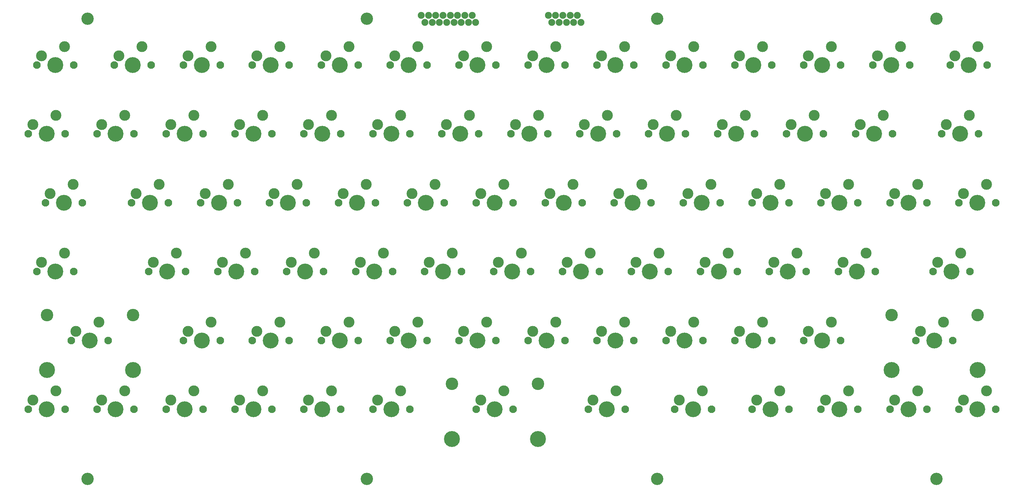
<source format=gbr>
G04 #@! TF.FileFunction,Soldermask,Bot*
%FSLAX46Y46*%
G04 Gerber Fmt 4.6, Leading zero omitted, Abs format (unit mm)*
G04 Created by KiCad (PCBNEW 4.0.6) date 08/19/17 18:46:32*
%MOMM*%
%LPD*%
G01*
G04 APERTURE LIST*
%ADD10C,0.100000*%
%ADD11C,3.400000*%
%ADD12C,1.900000*%
%ADD13C,1.924000*%
%ADD14C,4.380180*%
%ADD15C,3.000000*%
%ADD16C,2.099260*%
%ADD17C,3.450000*%
%ADD18C,4.400000*%
G04 APERTURE END LIST*
D10*
D11*
X97500000Y-75500000D03*
X174500000Y-75500000D03*
X254500000Y-75500000D03*
X331500000Y-75500000D03*
X97500000Y-202500000D03*
X174500000Y-202500000D03*
X254500000Y-202500000D03*
X331500000Y-202500000D03*
D12*
X189500000Y-74500000D03*
X190500000Y-76500000D03*
X191500000Y-74500000D03*
X192500000Y-76500000D03*
X193500000Y-74500000D03*
X194500000Y-76500000D03*
X195500000Y-74500000D03*
X196500000Y-76500000D03*
X197500000Y-74500000D03*
X198500000Y-76500000D03*
X199500000Y-74500000D03*
X200500000Y-76500000D03*
X201500000Y-74500000D03*
X202500000Y-76500000D03*
X203500000Y-74500000D03*
X204500000Y-76500000D03*
D13*
X224500000Y-74500000D03*
D12*
X225500000Y-76500000D03*
X226500000Y-74500000D03*
X227500000Y-76500000D03*
X228500000Y-74500000D03*
X229500000Y-76500000D03*
X230500000Y-74500000D03*
X231500000Y-76500000D03*
X232500000Y-74500000D03*
X233500000Y-76500000D03*
D14*
X88625000Y-88250000D03*
D15*
X91165000Y-83170000D03*
X84815000Y-85710000D03*
D16*
X83545000Y-88250000D03*
X93705000Y-88250000D03*
D14*
X86250000Y-107250000D03*
D15*
X88790000Y-102170000D03*
X82440000Y-104710000D03*
D16*
X81170000Y-107250000D03*
X91330000Y-107250000D03*
D14*
X91000000Y-126250000D03*
D15*
X93540000Y-121170000D03*
X87190000Y-123710000D03*
D16*
X85920000Y-126250000D03*
X96080000Y-126250000D03*
D14*
X88625000Y-145250000D03*
D15*
X91165000Y-140170000D03*
X84815000Y-142710000D03*
D16*
X83545000Y-145250000D03*
X93705000Y-145250000D03*
D14*
X98125000Y-164250000D03*
D15*
X100665000Y-159170000D03*
X94315000Y-161710000D03*
D16*
X93045000Y-164250000D03*
X103205000Y-164250000D03*
D14*
X86250000Y-183250000D03*
D15*
X88790000Y-178170000D03*
X82440000Y-180710000D03*
D16*
X81170000Y-183250000D03*
X91330000Y-183250000D03*
D14*
X110000000Y-88250000D03*
D15*
X112540000Y-83170000D03*
X106190000Y-85710000D03*
D16*
X104920000Y-88250000D03*
X115080000Y-88250000D03*
D14*
X105250000Y-107250000D03*
D15*
X107790000Y-102170000D03*
X101440000Y-104710000D03*
D16*
X100170000Y-107250000D03*
X110330000Y-107250000D03*
D14*
X114750000Y-126250000D03*
D15*
X117290000Y-121170000D03*
X110940000Y-123710000D03*
D16*
X109670000Y-126250000D03*
X119830000Y-126250000D03*
D14*
X119500000Y-145250000D03*
D15*
X122040000Y-140170000D03*
X115690000Y-142710000D03*
D16*
X114420000Y-145250000D03*
X124580000Y-145250000D03*
D14*
X129000000Y-164250000D03*
D15*
X131540000Y-159170000D03*
X125190000Y-161710000D03*
D16*
X123920000Y-164250000D03*
X134080000Y-164250000D03*
D14*
X105250000Y-183250000D03*
D15*
X107790000Y-178170000D03*
X101440000Y-180710000D03*
D16*
X100170000Y-183250000D03*
X110330000Y-183250000D03*
D14*
X129000000Y-88250000D03*
D15*
X131540000Y-83170000D03*
X125190000Y-85710000D03*
D16*
X123920000Y-88250000D03*
X134080000Y-88250000D03*
D14*
X124250000Y-107250000D03*
D15*
X126790000Y-102170000D03*
X120440000Y-104710000D03*
D16*
X119170000Y-107250000D03*
X129330000Y-107250000D03*
D14*
X133750000Y-126250000D03*
D15*
X136290000Y-121170000D03*
X129940000Y-123710000D03*
D16*
X128670000Y-126250000D03*
X138830000Y-126250000D03*
D14*
X138500000Y-145250000D03*
D15*
X141040000Y-140170000D03*
X134690000Y-142710000D03*
D16*
X133420000Y-145250000D03*
X143580000Y-145250000D03*
D14*
X148000000Y-164250000D03*
D15*
X150540000Y-159170000D03*
X144190000Y-161710000D03*
D16*
X142920000Y-164250000D03*
X153080000Y-164250000D03*
D14*
X124250000Y-183250000D03*
D15*
X126790000Y-178170000D03*
X120440000Y-180710000D03*
D16*
X119170000Y-183250000D03*
X129330000Y-183250000D03*
D14*
X148000000Y-88250000D03*
D15*
X150540000Y-83170000D03*
X144190000Y-85710000D03*
D16*
X142920000Y-88250000D03*
X153080000Y-88250000D03*
D14*
X143250000Y-107250000D03*
D15*
X145790000Y-102170000D03*
X139440000Y-104710000D03*
D16*
X138170000Y-107250000D03*
X148330000Y-107250000D03*
D14*
X152750000Y-126250000D03*
D15*
X155290000Y-121170000D03*
X148940000Y-123710000D03*
D16*
X147670000Y-126250000D03*
X157830000Y-126250000D03*
D14*
X157500000Y-145250000D03*
D15*
X160040000Y-140170000D03*
X153690000Y-142710000D03*
D16*
X152420000Y-145250000D03*
X162580000Y-145250000D03*
D14*
X167000000Y-164250000D03*
D15*
X169540000Y-159170000D03*
X163190000Y-161710000D03*
D16*
X161920000Y-164250000D03*
X172080000Y-164250000D03*
D14*
X143250000Y-183250000D03*
D15*
X145790000Y-178170000D03*
X139440000Y-180710000D03*
D16*
X138170000Y-183250000D03*
X148330000Y-183250000D03*
D14*
X167000000Y-88250000D03*
D15*
X169540000Y-83170000D03*
X163190000Y-85710000D03*
D16*
X161920000Y-88250000D03*
X172080000Y-88250000D03*
D14*
X162250000Y-107250000D03*
D15*
X164790000Y-102170000D03*
X158440000Y-104710000D03*
D16*
X157170000Y-107250000D03*
X167330000Y-107250000D03*
D14*
X171750000Y-126250000D03*
D15*
X174290000Y-121170000D03*
X167940000Y-123710000D03*
D16*
X166670000Y-126250000D03*
X176830000Y-126250000D03*
D14*
X176500000Y-145250000D03*
D15*
X179040000Y-140170000D03*
X172690000Y-142710000D03*
D16*
X171420000Y-145250000D03*
X181580000Y-145250000D03*
D14*
X186000000Y-164250000D03*
D15*
X188540000Y-159170000D03*
X182190000Y-161710000D03*
D16*
X180920000Y-164250000D03*
X191080000Y-164250000D03*
D14*
X162250000Y-183250000D03*
D15*
X164790000Y-178170000D03*
X158440000Y-180710000D03*
D16*
X157170000Y-183250000D03*
X167330000Y-183250000D03*
D14*
X186000000Y-88250000D03*
D15*
X188540000Y-83170000D03*
X182190000Y-85710000D03*
D16*
X180920000Y-88250000D03*
X191080000Y-88250000D03*
D14*
X181250000Y-107250000D03*
D15*
X183790000Y-102170000D03*
X177440000Y-104710000D03*
D16*
X176170000Y-107250000D03*
X186330000Y-107250000D03*
D14*
X190750000Y-126250000D03*
D15*
X193290000Y-121170000D03*
X186940000Y-123710000D03*
D16*
X185670000Y-126250000D03*
X195830000Y-126250000D03*
D14*
X195500000Y-145250000D03*
D15*
X198040000Y-140170000D03*
X191690000Y-142710000D03*
D16*
X190420000Y-145250000D03*
X200580000Y-145250000D03*
D14*
X205000000Y-164250000D03*
D15*
X207540000Y-159170000D03*
X201190000Y-161710000D03*
D16*
X199920000Y-164250000D03*
X210080000Y-164250000D03*
D14*
X181250000Y-183250000D03*
D15*
X183790000Y-178170000D03*
X177440000Y-180710000D03*
D16*
X176170000Y-183250000D03*
X186330000Y-183250000D03*
D14*
X205000000Y-88250000D03*
D15*
X207540000Y-83170000D03*
X201190000Y-85710000D03*
D16*
X199920000Y-88250000D03*
X210080000Y-88250000D03*
D14*
X200250000Y-107250000D03*
D15*
X202790000Y-102170000D03*
X196440000Y-104710000D03*
D16*
X195170000Y-107250000D03*
X205330000Y-107250000D03*
D14*
X209750000Y-126250000D03*
D15*
X212290000Y-121170000D03*
X205940000Y-123710000D03*
D16*
X204670000Y-126250000D03*
X214830000Y-126250000D03*
D14*
X214500000Y-145250000D03*
D15*
X217040000Y-140170000D03*
X210690000Y-142710000D03*
D16*
X209420000Y-145250000D03*
X219580000Y-145250000D03*
D14*
X224000000Y-164250000D03*
D15*
X226540000Y-159170000D03*
X220190000Y-161710000D03*
D16*
X218920000Y-164250000D03*
X229080000Y-164250000D03*
D14*
X209750000Y-183250000D03*
D15*
X212290000Y-178170000D03*
X205940000Y-180710000D03*
D16*
X204670000Y-183250000D03*
X214830000Y-183250000D03*
D14*
X224000000Y-88250000D03*
D15*
X226540000Y-83170000D03*
X220190000Y-85710000D03*
D16*
X218920000Y-88250000D03*
X229080000Y-88250000D03*
D14*
X219250000Y-107250000D03*
D15*
X221790000Y-102170000D03*
X215440000Y-104710000D03*
D16*
X214170000Y-107250000D03*
X224330000Y-107250000D03*
D14*
X228750000Y-126250000D03*
D15*
X231290000Y-121170000D03*
X224940000Y-123710000D03*
D16*
X223670000Y-126250000D03*
X233830000Y-126250000D03*
D14*
X233500000Y-145250000D03*
D15*
X236040000Y-140170000D03*
X229690000Y-142710000D03*
D16*
X228420000Y-145250000D03*
X238580000Y-145250000D03*
D14*
X243000000Y-164250000D03*
D15*
X245540000Y-159170000D03*
X239190000Y-161710000D03*
D16*
X237920000Y-164250000D03*
X248080000Y-164250000D03*
D14*
X240625000Y-183250000D03*
D15*
X243165000Y-178170000D03*
X236815000Y-180710000D03*
D16*
X235545000Y-183250000D03*
X245705000Y-183250000D03*
D14*
X243000000Y-88250000D03*
D15*
X245540000Y-83170000D03*
X239190000Y-85710000D03*
D16*
X237920000Y-88250000D03*
X248080000Y-88250000D03*
D14*
X238250000Y-107250000D03*
D15*
X240790000Y-102170000D03*
X234440000Y-104710000D03*
D16*
X233170000Y-107250000D03*
X243330000Y-107250000D03*
D14*
X247750000Y-126250000D03*
D15*
X250290000Y-121170000D03*
X243940000Y-123710000D03*
D16*
X242670000Y-126250000D03*
X252830000Y-126250000D03*
D14*
X252500000Y-145250000D03*
D15*
X255040000Y-140170000D03*
X248690000Y-142710000D03*
D16*
X247420000Y-145250000D03*
X257580000Y-145250000D03*
D14*
X262000000Y-164250000D03*
D15*
X264540000Y-159170000D03*
X258190000Y-161710000D03*
D16*
X256920000Y-164250000D03*
X267080000Y-164250000D03*
D14*
X264375000Y-183250000D03*
D15*
X266915000Y-178170000D03*
X260565000Y-180710000D03*
D16*
X259295000Y-183250000D03*
X269455000Y-183250000D03*
D14*
X262000000Y-88250000D03*
D15*
X264540000Y-83170000D03*
X258190000Y-85710000D03*
D16*
X256920000Y-88250000D03*
X267080000Y-88250000D03*
D14*
X257250000Y-107250000D03*
D15*
X259790000Y-102170000D03*
X253440000Y-104710000D03*
D16*
X252170000Y-107250000D03*
X262330000Y-107250000D03*
D14*
X266750000Y-126250000D03*
D15*
X269290000Y-121170000D03*
X262940000Y-123710000D03*
D16*
X261670000Y-126250000D03*
X271830000Y-126250000D03*
D14*
X271500000Y-145250000D03*
D15*
X274040000Y-140170000D03*
X267690000Y-142710000D03*
D16*
X266420000Y-145250000D03*
X276580000Y-145250000D03*
D14*
X281000000Y-164250000D03*
D15*
X283540000Y-159170000D03*
X277190000Y-161710000D03*
D16*
X275920000Y-164250000D03*
X286080000Y-164250000D03*
D14*
X285750000Y-183250000D03*
D15*
X288290000Y-178170000D03*
X281940000Y-180710000D03*
D16*
X280670000Y-183250000D03*
X290830000Y-183250000D03*
D14*
X281000000Y-88250000D03*
D15*
X283540000Y-83170000D03*
X277190000Y-85710000D03*
D16*
X275920000Y-88250000D03*
X286080000Y-88250000D03*
D14*
X276250000Y-107250000D03*
D15*
X278790000Y-102170000D03*
X272440000Y-104710000D03*
D16*
X271170000Y-107250000D03*
X281330000Y-107250000D03*
D14*
X285750000Y-126250000D03*
D15*
X288290000Y-121170000D03*
X281940000Y-123710000D03*
D16*
X280670000Y-126250000D03*
X290830000Y-126250000D03*
D14*
X290500000Y-145250000D03*
D15*
X293040000Y-140170000D03*
X286690000Y-142710000D03*
D16*
X285420000Y-145250000D03*
X295580000Y-145250000D03*
D14*
X300000000Y-164250000D03*
D15*
X302540000Y-159170000D03*
X296190000Y-161710000D03*
D16*
X294920000Y-164250000D03*
X305080000Y-164250000D03*
D14*
X323750000Y-183250000D03*
D15*
X326290000Y-178170000D03*
X319940000Y-180710000D03*
D16*
X318670000Y-183250000D03*
X328830000Y-183250000D03*
D14*
X300000000Y-88250000D03*
D15*
X302540000Y-83170000D03*
X296190000Y-85710000D03*
D16*
X294920000Y-88250000D03*
X305080000Y-88250000D03*
D14*
X295250000Y-107250000D03*
D15*
X297790000Y-102170000D03*
X291440000Y-104710000D03*
D16*
X290170000Y-107250000D03*
X300330000Y-107250000D03*
D14*
X304750000Y-126250000D03*
D15*
X307290000Y-121170000D03*
X300940000Y-123710000D03*
D16*
X299670000Y-126250000D03*
X309830000Y-126250000D03*
D14*
X309500000Y-145250000D03*
D15*
X312040000Y-140170000D03*
X305690000Y-142710000D03*
D16*
X304420000Y-145250000D03*
X314580000Y-145250000D03*
D14*
X330875000Y-164250000D03*
D15*
X333415000Y-159170000D03*
X327065000Y-161710000D03*
D16*
X325795000Y-164250000D03*
X335955000Y-164250000D03*
D14*
X304750000Y-183250000D03*
D15*
X307290000Y-178170000D03*
X300940000Y-180710000D03*
D16*
X299670000Y-183250000D03*
X309830000Y-183250000D03*
D14*
X319000000Y-88250000D03*
D15*
X321540000Y-83170000D03*
X315190000Y-85710000D03*
D16*
X313920000Y-88250000D03*
X324080000Y-88250000D03*
D14*
X314250000Y-107250000D03*
D15*
X316790000Y-102170000D03*
X310440000Y-104710000D03*
D16*
X309170000Y-107250000D03*
X319330000Y-107250000D03*
D14*
X323750000Y-126250000D03*
D15*
X326290000Y-121170000D03*
X319940000Y-123710000D03*
D16*
X318670000Y-126250000D03*
X328830000Y-126250000D03*
D14*
X335625000Y-145250000D03*
D15*
X338165000Y-140170000D03*
X331815000Y-142710000D03*
D16*
X330545000Y-145250000D03*
X340705000Y-145250000D03*
D14*
X342750000Y-183250000D03*
D15*
X345290000Y-178170000D03*
X338940000Y-180710000D03*
D16*
X337670000Y-183250000D03*
X347830000Y-183250000D03*
D14*
X340375000Y-88250000D03*
D15*
X342915000Y-83170000D03*
X336565000Y-85710000D03*
D16*
X335295000Y-88250000D03*
X345455000Y-88250000D03*
D14*
X338000000Y-107250000D03*
D15*
X340540000Y-102170000D03*
X334190000Y-104710000D03*
D16*
X332920000Y-107250000D03*
X343080000Y-107250000D03*
D14*
X342750000Y-126250000D03*
D15*
X345290000Y-121170000D03*
X338940000Y-123710000D03*
D16*
X337670000Y-126250000D03*
X347830000Y-126250000D03*
D17*
X86325000Y-157250000D03*
X110025000Y-157250000D03*
D18*
X110025000Y-172450000D03*
X86325000Y-172450000D03*
D17*
X319075000Y-157250000D03*
X342775000Y-157250000D03*
D18*
X342775000Y-172450000D03*
X319075000Y-172450000D03*
D17*
X197950000Y-176250000D03*
X221650000Y-176250000D03*
D18*
X221650000Y-191450000D03*
X197950000Y-191450000D03*
M02*

</source>
